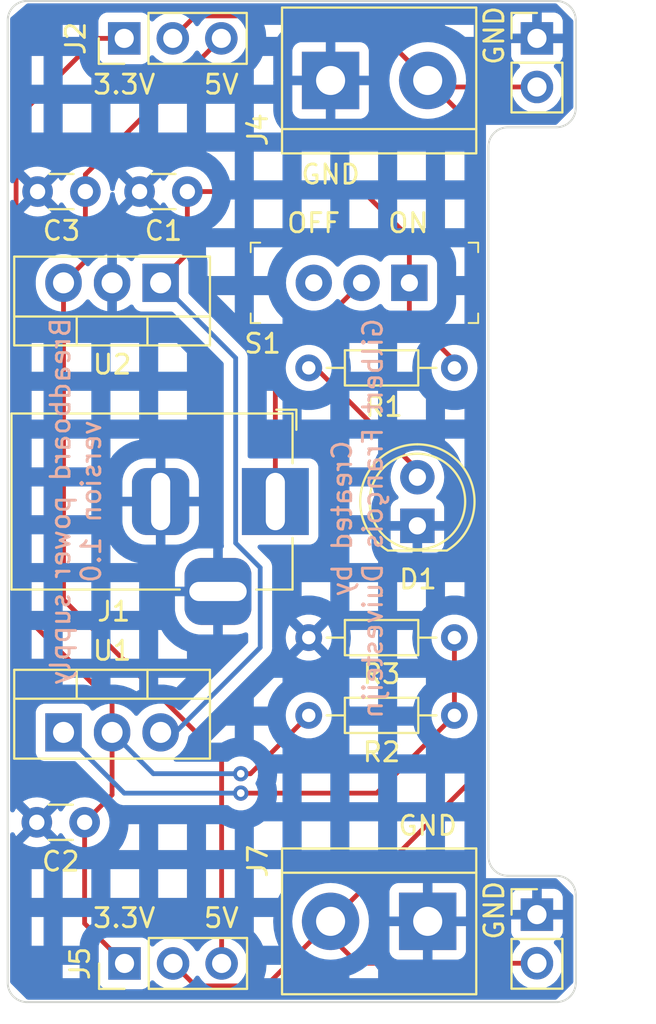
<source format=kicad_pcb>
(kicad_pcb (version 20221018) (generator pcbnew)
  (layers (0 "F.Cu" signal) (31 "B.Cu" signal) (34 "B.Paste" user) (35 "F.Paste" user) (36 "B.SilkS" user "B.Silkscreen") (37 "F.SilkS" user "F.Silkscreen") (38 "B.Mask" user) (39 "F.Mask" user) (44 "Edge.Cuts" user))
  (net 0 "")
  (net 1 "/12V")
  (net 2 "GND")
  (net 3 "/3.3V")
  (net 4 "/5V")
  (net 5 "Net-(D1-A)")
  (net 6 "/PWR_input")
  (net 7 "/PWR_output")
  (net 8 "Net-(U1-ADJ)")
  (footprint "Package_TO_SOT_THT:TO-220-3_Vertical" (layer "F.Cu") (at 133.985 84.455)
    (fp_text reference "U1" (at 2.54 -4.27) (layer "F.SilkS"))
    (fp_text value "LM317_TO-220")
    (fp_line (start -2.58 -3.27) (end -2.58 1.371) (stroke (width 0.12)) (layer "F.SilkS"))
    (fp_line (start -2.58 -3.27) (end 7.66 -3.27) (stroke (width 0.12)) (layer "F.SilkS"))
    (fp_line (start -2.58 -1.76) (end 7.66 -1.76) (stroke (width 0.12)) (layer "F.SilkS"))
    (fp_line (start -2.58 1.371) (end 7.66 1.371) (stroke (width 0.12)) (layer "F.SilkS"))
    (fp_line (start 0.69 -3.27) (end 0.69 -1.76) (stroke (width 0.12)) (layer "F.SilkS"))
    (fp_line (start 4.391 -3.27) (end 4.391 -1.76) (stroke (width 0.12)) (layer "F.SilkS"))
    (fp_line (start 7.66 -3.27) (end 7.66 1.371) (stroke (width 0.12)) (layer "F.SilkS"))
    (pad "1" thru_hole rect (at 0 0) (size 1.905 2) (drill 1.1) (layers "*.Cu" "*.Mask") (net 8 "Net-(U1-ADJ)"))
    (pad "2" thru_hole oval (at 2.54 0) (size 1.905 2) (drill 1.1) (layers "*.Cu" "*.Mask") (net 3 "/3.3V"))
    (pad "3" thru_hole oval (at 5.08 0) (size 1.905 2) (drill 1.1) (layers "*.Cu" "*.Mask") (net 1 "/12V"))
  )
  (footprint "Resistor_THT:R_Axial_DIN0204_L3.6mm_D1.6mm_P7.62mm_Horizontal" (layer "F.Cu") (at 146.812 79.502)
    (fp_text reference "R3" (at 3.81 1.905) (layer "F.SilkS"))
    (fp_text value "560")
    (fp_line (start 0.94 0) (end 1.89 0) (stroke (width 0.12)) (layer "F.SilkS"))
    (fp_line (start 1.89 -0.92) (end 1.89 0.92) (stroke (width 0.12)) (layer "F.SilkS"))
    (fp_line (start 1.89 0.92) (end 5.73 0.92) (stroke (width 0.12)) (layer "F.SilkS"))
    (fp_line (start 5.73 -0.92) (end 1.89 -0.92) (stroke (width 0.12)) (layer "F.SilkS"))
    (fp_line (start 5.73 0.92) (end 5.73 -0.92) (stroke (width 0.12)) (layer "F.SilkS"))
    (fp_line (start 6.68 0) (end 5.73 0) (stroke (width 0.12)) (layer "F.SilkS"))
    (pad "1" thru_hole circle (at 0 0) (size 1.4 1.4) (drill 0.7) (layers "*.Cu" "*.Mask") (net 2 "GND"))
    (pad "2" thru_hole oval (at 7.62 0) (size 1.4 1.4) (drill 0.7) (layers "*.Cu" "*.Mask") (net 8 "Net-(U1-ADJ)"))
  )
  (footprint "Connector_BarrelJack:BarrelJack_Horizontal" (layer "F.Cu") (at 145.065 72.39)
    (fp_text reference "J1" (at -8.45 5.75) (layer "F.SilkS"))
    (fp_text value "Barrel_Jack_Switch")
    (fp_line (start -13.8 -4.6) (end 0.9 -4.6) (stroke (width 0.12)) (layer "F.SilkS"))
    (fp_line (start -13.8 4.6) (end -13.8 -4.6) (stroke (width 0.12)) (layer "F.SilkS"))
    (fp_line (start -5 4.6) (end -13.8 4.6) (stroke (width 0.12)) (layer "F.SilkS"))
    (fp_line (start 0.05 -4.8) (end 1.1 -4.8) (stroke (width 0.12)) (layer "F.SilkS"))
    (fp_line (start 0.9 -4.6) (end 0.9 -2) (stroke (width 0.12)) (layer "F.SilkS"))
    (fp_line (start 0.9 1.9) (end 0.9 4.6) (stroke (width 0.12)) (layer "F.SilkS"))
    (fp_line (start 0.9 4.6) (end -1 4.6) (stroke (width 0.12)) (layer "F.SilkS"))
    (fp_line (start 1.1 -3.75) (end 1.1 -4.8) (stroke (width 0.12)) (layer "F.SilkS"))
    (pad "1" thru_hole rect (at 0 0) (size 3.5 3.5) (drill oval 1 3) (layers "*.Cu" "*.Mask") (net 6 "/PWR_input"))
    (pad "2" thru_hole roundrect (at -6 0) (size 3 3.5) (drill oval 1 3) (layers "*.Cu" "*.Mask") (net 2 "GND"))
    (pad "3" thru_hole roundrect (at -3 4.7) (size 3.5 3.5) (drill oval 3 1) (layers "*.Cu" "*.Mask") (net 2 "GND"))
  )
  (footprint "Capacitor_THT:C_Disc_D3.0mm_W1.6mm_P2.50mm" (layer "F.Cu") (at 140.462 56.19 180)
    (fp_text reference "C1" (at 1.25 -2.05) (layer "F.SilkS"))
    (fp_text value "10u")
    (fp_line (start 0.621 -0.92) (end 1.879 -0.92) (stroke (width 0.12)) (layer "F.SilkS"))
    (fp_line (start 0.621 0.92) (end 1.879 0.92) (stroke (width 0.12)) (layer "F.SilkS"))
    (pad "1" thru_hole circle (at 0 0 180) (size 1.6 1.6) (drill 0.8) (layers "*.Cu" "*.Mask") (net 1 "/12V"))
    (pad "2" thru_hole circle (at 2.5 0 180) (size 1.6 1.6) (drill 0.8) (layers "*.Cu" "*.Mask") (net 2 "GND"))
  )
  (footprint "TerminalBlock:TerminalBlock_bornier-2_P5.08mm" (layer "F.Cu") (at 147.955 50.3838)
    (fp_text reference "J4" (at -3.81 2.5752 90) (layer "F.SilkS"))
    (fp_text value "Screw_Terminal_01x02")
    (fp_line (start -2.54 -3.81) (end -2.54 3.81) (stroke (width 0.12)) (layer "F.SilkS"))
    (fp_line (start -2.54 3.81) (end 7.62 3.81) (stroke (width 0.12)) (layer "F.SilkS"))
    (fp_line (start 7.62 -3.81) (end -2.54 -3.81) (stroke (width 0.12)) (layer "F.SilkS"))
    (fp_line (start 7.62 2.54) (end -2.54 2.54) (stroke (width 0.12)) (layer "F.SilkS"))
    (fp_line (start 7.62 3.81) (end 7.62 -3.81) (stroke (width 0.12)) (layer "F.SilkS"))
    (pad "1" thru_hole rect locked (at 0 0) (size 3 3) (drill 1.52) (layers "*.Cu" "*.Mask") (net 2 "GND"))
    (pad "2" thru_hole circle locked (at 5.08 0) (size 3 3) (drill 1.52) (layers "*.Cu" "*.Mask") (net 7 "/PWR_output"))
  )
  (footprint "Capacitor_THT:C_Disc_D3.0mm_W1.6mm_P2.50mm" (layer "F.Cu") (at 135.088 89.154 180)
    (fp_text reference "C2" (at 1.25 -2.05) (layer "F.SilkS"))
    (fp_text value "1u")
    (fp_line (start 0.621 -0.92) (end 1.879 -0.92) (stroke (width 0.12)) (layer "F.SilkS"))
    (fp_line (start 0.621 0.92) (end 1.879 0.92) (stroke (width 0.12)) (layer "F.SilkS"))
    (pad "1" thru_hole circle (at 0 0 180) (size 1.6 1.6) (drill 0.8) (layers "*.Cu" "*.Mask") (net 3 "/3.3V"))
    (pad "2" thru_hole circle (at 2.5 0 180) (size 1.6 1.6) (drill 0.8) (layers "*.Cu" "*.Mask") (net 2 "GND"))
  )
  (footprint "Connector_PinHeader_2.54mm:PinHeader_1x03_P2.54mm_Vertical" (layer "F.Cu") (at 137.175 96.53 90)
    (fp_text reference "J5" (at 0 -2.33 90) (layer "F.SilkS"))
    (fp_text value "Conn_01x03_Pin" hide)
    (fp_line (start -1.33 -1.33) (end 0 -1.33) (stroke (width 0.12)) (layer "F.SilkS"))
    (fp_line (start -1.33 0) (end -1.33 -1.33) (stroke (width 0.12)) (layer "F.SilkS"))
    (fp_line (start -1.33 1.27) (end -1.33 6.41) (stroke (width 0.12)) (layer "F.SilkS"))
    (fp_line (start -1.33 1.27) (end 1.33 1.27) (stroke (width 0.12)) (layer "F.SilkS"))
    (fp_line (start -1.33 6.41) (end 1.33 6.41) (stroke (width 0.12)) (layer "F.SilkS"))
    (fp_line (start 1.33 1.27) (end 1.33 6.41) (stroke (width 0.12)) (layer "F.SilkS"))
    (pad "1" thru_hole rect (at 0 0 90) (size 1.7 1.7) (drill 1) (layers "*.Cu" "*.Mask") (net 3 "/3.3V"))
    (pad "2" thru_hole oval (at 0 2.54 90) (size 1.7 1.7) (drill 1) (layers "*.Cu" "*.Mask") (net 7 "/PWR_output"))
    (pad "3" thru_hole oval (at 0 5.08 90) (size 1.7 1.7) (drill 1) (layers "*.Cu" "*.Mask") (net 4 "/5V"))
  )
  (footprint "LED_THT:LED_D5.0mm" (layer "F.Cu") (at 152.495 73.66 90)
    (fp_text reference "D1" (at -2.794 0.032 180) (layer "F.SilkS"))
    (fp_text value "LED")
    (fp_line (start -1.29 -1.545) (end -1.29 1.545) (stroke (width 0.12)) (layer "F.SilkS"))
    (fp_arc (start -1.29 -1.54483) (mid 2.072002 -2.880433) (end 4.26 0.000462) (stroke (width 0.12)) (layer "F.SilkS"))
    (fp_arc (start 4.26 -0.000462) (mid 2.072002 2.880433) (end -1.29 1.54483) (stroke (width 0.12)) (layer "F.SilkS"))
    (fp_circle (center 1.27 0) (end 3.77 0) (stroke (width 0.12)) (fill none) (layer "F.SilkS"))
    (pad "1" thru_hole rect (at 0 0 90) (size 1.8 1.8) (drill 0.9) (layers "*.Cu" "*.Mask") (net 2 "GND"))
    (pad "2" thru_hole circle (at 2.54 0 90) (size 1.8 1.8) (drill 0.9) (layers "*.Cu" "*.Mask") (net 5 "Net-(D1-A)"))
  )
  (footprint "digikey-footprints:Switch_Slide_11.6x4mm_EG1218" (layer "F.Cu") (at 152.075 60.96 180)
    (fp_text reference "S1" (at 7.676 -3.175) (layer "F.SilkS"))
    (fp_text value "EG1218" hide)
    (fp_line (start -3.6 -2.1) (end -3.6 -1.6) (stroke (width 0.1)) (layer "F.SilkS"))
    (fp_line (start -3.6 -2.1) (end -3.1 -2.1) (stroke (width 0.1)) (layer "F.SilkS"))
    (fp_line (start -3.6 2.1) (end -3.6 1.6) (stroke (width 0.1)) (layer "F.SilkS"))
    (fp_line (start -3.6 2.1) (end -3.1 2.1) (stroke (width 0.1)) (layer "F.SilkS"))
    (fp_line (start 8.3 -2.1) (end 7.8 -2.1) (stroke (width 0.1)) (layer "F.SilkS"))
    (fp_line (start 8.3 -2.1) (end 8.3 -1.6) (stroke (width 0.1)) (layer "F.SilkS"))
    (fp_line (start 8.3 2.1) (end 7.8 2.1) (stroke (width 0.1)) (layer "F.SilkS"))
    (fp_line (start 8.3 2.1) (end 8.3 1.6) (stroke (width 0.1)) (layer "F.SilkS"))
    (pad "1" thru_hole rect (at 0 0 180) (size 1.9 1.9) (drill 0.9) (layers "*.Cu" "*.Mask") (net 1 "/12V"))
    (pad "2" thru_hole circle (at 2.5 0 180) (size 1.9 1.9) (drill 0.9) (layers "*.Cu" "*.Mask") (net 6 "/PWR_input"))
    (pad "3" thru_hole circle (at 5 0 180) (size 1.9 1.9) (drill 0.9) (layers "*.Cu" "*.Mask"))
  )
  (footprint "TerminalBlock:TerminalBlock_bornier-2_P5.08mm" (layer "F.Cu") (at 153.035 94.33 180)
    (fp_text reference "J7" (at 8.89 3.144 90) (layer "F.SilkS"))
    (fp_text value "Screw_Terminal_01x02")
    (fp_line (start -2.54 -3.81) (end -2.54 3.81) (stroke (width 0.12)) (layer "F.SilkS"))
    (fp_line (start -2.54 3.81) (end 7.62 3.81) (stroke (width 0.12)) (layer "F.SilkS"))
    (fp_line (start 7.62 -3.81) (end -2.54 -3.81) (stroke (width 0.12)) (layer "F.SilkS"))
    (fp_line (start 7.62 2.54) (end -2.54 2.54) (stroke (width 0.12)) (layer "F.SilkS"))
    (fp_line (start 7.62 3.81) (end 7.62 -3.81) (stroke (width 0.12)) (layer "F.SilkS"))
    (pad "1" thru_hole rect locked (at 0 0 180) (size 3 3) (drill 1.52) (layers "*.Cu" "*.Mask") (net 2 "GND"))
    (pad "2" thru_hole circle locked (at 5.08 0 180) (size 3 3) (drill 1.52) (layers "*.Cu" "*.Mask") (net 7 "/PWR_output"))
  )
  (footprint "Resistor_THT:R_Axial_DIN0204_L3.6mm_D1.6mm_P7.62mm_Horizontal" (layer "F.Cu") (at 146.812 65.405)
    (fp_text reference "R1" hide)
    (fp_text value "330" hide)
    (fp_text user "${REFERENCE}" (at 3.937 2.032) (layer "F.SilkS"))
    (fp_line (start 0.94 0) (end 1.89 0) (stroke (width 0.12)) (layer "F.SilkS"))
    (fp_line (start 1.89 -0.92) (end 1.89 0.92) (stroke (width 0.12)) (layer "F.SilkS"))
    (fp_line (start 1.89 0.92) (end 5.73 0.92) (stroke (width 0.12)) (layer "F.SilkS"))
    (fp_line (start 5.73 -0.92) (end 1.89 -0.92) (stroke (width 0.12)) (layer "F.SilkS"))
    (fp_line (start 5.73 0.92) (end 5.73 -0.92) (stroke (width 0.12)) (layer "F.SilkS"))
    (fp_line (start 6.68 0) (end 5.73 0) (stroke (width 0.12)) (layer "F.SilkS"))
    (pad "1" thru_hole circle (at 0 0) (size 1.4 1.4) (drill 0.7) (layers "*.Cu" "*.Mask") (net 5 "Net-(D1-A)"))
    (pad "2" thru_hole oval (at 7.62 0) (size 1.4 1.4) (drill 0.7) (layers "*.Cu" "*.Mask") (net 1 "/12V"))
  )
  (footprint "Connector_PinHeader_2.54mm:PinHeader_1x02_P2.54mm_Vertical" (layer "F.Cu") (at 158.75 48.1838)
    (fp_text reference "J3" hide)
    (fp_text value "Conn_01x02_Pin")
    (fp_line (start -1.33 -1.33) (end 0 -1.33) (stroke (width 0.12)) (layer "F.SilkS"))
    (fp_line (start -1.33 0) (end -1.33 -1.33) (stroke (width 0.12)) (layer "F.SilkS"))
    (fp_line (start -1.33 1.27) (end -1.33 3.87) (stroke (width 0.12)) (layer "F.SilkS"))
    (fp_line (start -1.33 1.27) (end 1.33 1.27) (stroke (width 0.12)) (layer "F.SilkS"))
    (fp_line (start -1.33 3.87) (end 1.33 3.87) (stroke (width 0.12)) (layer "F.SilkS"))
    (fp_line (start 1.33 1.27) (end 1.33 3.87) (stroke (width 0.12)) (layer "F.SilkS"))
    (pad "1" thru_hole rect locked (at 0 0) (size 1.7 1.7) (drill 1) (layers "*.Cu" "*.Mask") (net 2 "GND"))
    (pad "2" thru_hole oval locked (at 0 2.54) (size 1.7 1.7) (drill 1) (layers "*.Cu" "*.Mask") (net 7 "/PWR_output"))
  )
  (footprint "Connector_PinHeader_2.54mm:PinHeader_1x03_P2.54mm_Vertical" (layer "F.Cu") (at 137.16 48.1838 90)
    (fp_text reference "J2" (at 0 -2.54 90) (layer "F.SilkS"))
    (fp_text value "Conn_01x03_Pin" hide)
    (fp_line (start -1.33 -1.33) (end 0 -1.33) (stroke (width 0.12)) (layer "F.SilkS"))
    (fp_line (start -1.33 0) (end -1.33 -1.33) (stroke (width 0.12)) (layer "F.SilkS"))
    (fp_line (start -1.33 1.27) (end -1.33 6.41) (stroke (width 0.12)) (layer "F.SilkS"))
    (fp_line (start -1.33 1.27) (end 1.33 1.27) (stroke (width 0.12)) (layer "F.SilkS"))
    (fp_line (start -1.33 6.41) (end 1.33 6.41) (stroke (width 0.12)) (layer "F.SilkS"))
    (fp_line (start 1.33 1.27) (end 1.33 6.41) (stroke (width 0.12)) (layer "F.SilkS"))
    (pad "1" thru_hole rect (at 0 0 90) (size 1.7 1.7) (drill 1) (layers "*.Cu" "*.Mask") (net 3 "/3.3V"))
    (pad "2" thru_hole oval (at 0 2.54 90) (size 1.7 1.7) (drill 1) (layers "*.Cu" "*.Mask") (net 7 "/PWR_output"))
    (pad "3" thru_hole oval (at 0 5.08 90) (size 1.7 1.7) (drill 1) (layers "*.Cu" "*.Mask") (net 4 "/5V"))
  )
  (footprint "Package_TO_SOT_THT:TO-220-3_Vertical" (layer "F.Cu") (at 139.065 60.96 180)
    (fp_text reference "U2" (at 2.54 -4.27) (layer "F.SilkS"))
    (fp_text value "LM7805_TO220")
    (fp_line (start -2.58 -3.27) (end -2.58 1.371) (stroke (width 0.12)) (layer "F.SilkS"))
    (fp_line (start -2.58 -3.27) (end 7.66 -3.27) (stroke (width 0.12)) (layer "F.SilkS"))
    (fp_line (start -2.58 -1.76) (end 7.66 -1.76) (stroke (width 0.12)) (layer "F.SilkS"))
    (fp_line (start -2.58 1.371) (end 7.66 1.371) (stroke (width 0.12)) (layer "F.SilkS"))
    (fp_line (start 0.69 -3.27) (end 0.69 -1.76) (stroke (width 0.12)) (layer "F.SilkS"))
    (fp_line (start 4.391 -3.27) (end 4.391 -1.76) (stroke (width 0.12)) (layer "F.SilkS"))
    (fp_line (start 7.66 -3.27) (end 7.66 1.371) (stroke (width 0.12)) (layer "F.SilkS"))
    (pad "1" thru_hole rect (at 0 0 180) (size 1.905 2) (drill 1.1) (layers "*.Cu" "*.Mask") (net 1 "/12V"))
    (pad "2" thru_hole oval (at 2.54 0 180) (size 1.905 2) (drill 1.1) (layers "*.Cu" "*.Mask") (net 2 "GND"))
    (pad "3" thru_hole oval (at 5.08 0 180) (size 1.905 2) (drill 1.1) (layers "*.Cu" "*.Mask") (net 4 "/5V"))
  )
  (footprint "Resistor_THT:R_Axial_DIN0204_L3.6mm_D1.6mm_P7.62mm_Horizontal" (layer "F.Cu") (at 154.432 83.566 180)
    (fp_text reference "R2" (at 3.81 -1.92) (layer "F.SilkS"))
    (fp_text value "330")
    (fp_line (start 0.94 0) (end 1.89 0) (stroke (width 0.12)) (layer "F.SilkS"))
    (fp_line (start 1.89 -0.92) (end 1.89 0.92) (stroke (width 0.12)) (layer "F.SilkS"))
    (fp_line (start 1.89 0.92) (end 5.73 0.92) (stroke (width 0.12)) (layer "F.SilkS"))
    (fp_line (start 5.73 -0.92) (end 1.89 -0.92) (stroke (width 0.12)) (layer "F.SilkS"))
    (fp_line (start 5.73 0.92) (end 5.73 -0.92) (stroke (width 0.12)) (layer "F.SilkS"))
    (fp_line (start 6.68 0) (end 5.73 0) (stroke (width 0.12)) (layer "F.SilkS"))
    (pad "1" thru_hole circle (at 0 0 180) (size 1.4 1.4) (drill 0.7) (layers "*.Cu" "*.Mask") (net 8 "Net-(U1-ADJ)"))
    (pad "2" thru_hole oval (at 7.62 0 180) (size 1.4 1.4) (drill 0.7) (layers "*.Cu" "*.Mask") (net 3 "/3.3V"))
  )
  (footprint "Connector_PinHeader_2.54mm:PinHeader_1x02_P2.54mm_Vertical" (layer "F.Cu") (at 158.75 93.98)
    (fp_text reference "J6" hide)
    (fp_text value "Conn_01x02_Pin")
    (fp_line (start -1.33 -1.33) (end 0 -1.33) (stroke (width 0.12)) (layer "F.SilkS"))
    (fp_line (start -1.33 0) (end -1.33 -1.33) (stroke (width 0.12)) (layer "F.SilkS"))
    (fp_line (start -1.33 1.27) (end -1.33 3.87) (stroke (width 0.12)) (layer "F.SilkS"))
    (fp_line (start -1.33 1.27) (end 1.33 1.27) (stroke (width 0.12)) (layer "F.SilkS"))
    (fp_line (start -1.33 3.87) (end 1.33 3.87) (stroke (width 0.12)) (layer "F.SilkS"))
    (fp_line (start 1.33 1.27) (end 1.33 3.87) (stroke (width 0.12)) (layer "F.SilkS"))
    (pad "1" thru_hole rect locked (at 0 0) (size 1.7 1.7) (drill 1) (layers "*.Cu" "*.Mask") (net 2 "GND"))
    (pad "2" thru_hole oval locked (at 0 2.54) (size 1.7 1.7) (drill 1) (layers "*.Cu" "*.Mask") (net 7 "/PWR_output"))
  )
  (footprint "Capacitor_THT:C_Disc_D3.0mm_W1.6mm_P2.50mm" (layer "F.Cu") (at 135.128 56.19 180)
    (fp_text reference "C3" (at 1.25 -2.05) (layer "F.SilkS"))
    (fp_text value "0.1u")
    (fp_line (start 0.621 -0.92) (end 1.879 -0.92) (stroke (width 0.12)) (layer "F.SilkS"))
    (fp_line (start 0.621 0.92) (end 1.879 0.92) (stroke (width 0.12)) (layer "F.SilkS"))
    (pad "1" thru_hole circle (at 0 0 180) (size 1.6 1.6) (drill 0.8) (layers "*.Cu" "*.Mask") (net 4 "/5V"))
    (pad "2" thru_hole circle (at 2.5 0 180) (size 1.6 1.6) (drill 0.8) (layers "*.Cu" "*.Mask") (net 2 "GND"))
  )
  (gr_line (start 131.064 47.244) (end 131.064 97.536) (stroke (width 0.1)) (layer "Edge.Cuts"))
  (gr_arc (start 159.766 91.948) (mid 160.48442 92.24558) (end 160.782 92.964) (stroke (width 0.1)) (layer "Edge.Cuts"))
  (gr_line (start 160.782 51.816) (end 160.782 47.244) (stroke (width 0.1)) (layer "Edge.Cuts"))
  (gr_arc (start 157.226 91.948) (mid 156.50758 91.65042) (end 156.21 90.932) (stroke (width 0.1)) (layer "Edge.Cuts"))
  (gr_arc (start 156.21 53.848) (mid 156.50758 53.12958) (end 157.226 52.832) (stroke (width 0.1)) (layer "Edge.Cuts"))
  (gr_arc (start 131.064 47.244) (mid 131.36158 46.52558) (end 132.08 46.228) (stroke (width 0.1)) (layer "Edge.Cuts"))
  (gr_line (start 156.21 90.932) (end 156.21 53.848) (stroke (width 0.1)) (layer "Edge.Cuts"))
  (gr_line (start 132.08 98.552) (end 159.766 98.552) (stroke (width 0.1)) (layer "Edge.Cuts"))
  (gr_arc (start 159.766 46.228) (mid 160.48442 46.52558) (end 160.782 47.244) (stroke (width 0.1)) (layer "Edge.Cuts"))
  (gr_line (start 159.766 46.228) (end 132.08 46.228) (stroke (width 0.1)) (layer "Edge.Cuts"))
  (gr_arc (start 160.782 97.536) (mid 160.48442 98.25442) (end 159.766 98.552) (stroke (width 0.1)) (layer "Edge.Cuts"))
  (gr_line (start 157.226 52.832) (end 159.766 52.832) (stroke (width 0.1)) (layer "Edge.Cuts"))
  (gr_line (start 160.782 97.536) (end 160.782 92.964) (stroke (width 0.1)) (layer "Edge.Cuts"))
  (gr_arc (start 132.08 98.552) (mid 131.36158 98.25442) (end 131.064 97.536) (stroke (width 0.1)) (layer "Edge.Cuts"))
  (gr_arc (start 160.782 51.816) (mid 160.48442 52.53442) (end 159.766 52.832) (stroke (width 0.1)) (layer "Edge.Cuts"))
  (gr_line (start 159.766 91.948) (end 157.226 91.948) (stroke (width 0.1)) (layer "Edge.Cuts"))
  (gr_text "Created by\nGilbert François Duivesteijn" (at 150.749 73.279 90) (layer "B.SilkS") (effects (font (size 1 1)) (justify bottom mirror)))
  (gr_text "Breadboard power supply\nversion 1.0\n" (at 136.017 72.39 90) (layer "B.SilkS") (effects (font (size 1 1)) (justify bottom mirror)))
  (gr_text "ON" (at 152.019 58.42) (layer "F.SilkS") (effects (font (size 1 1)) (justify bottom)))
  (gr_text "GND" (at 157.099 49.657 90) (layer "F.SilkS") (effects (font (size 1 1)) (justify left bottom)))
  (gr_text "5V" (at 142.24 51.181) (layer "F.SilkS") (effects (font (size 1 1)) (justify bottom)))
  (gr_text "OFF" (at 147.066 58.42) (layer "F.SilkS") (effects (font (size 1 1)) (justify bottom)))
  (gr_text "GND" (at 147.955 55.88) (layer "F.SilkS") (effects (font (size 1 1)) (justify bottom)))
  (gr_text "5V" (at 142.24 94.742) (layer "F.SilkS") (effects (font (size 1 1)) (justify bottom)))
  (gr_text "3.3V" (at 137.16 51.181) (layer "F.SilkS") (effects (font (size 1 1)) (justify bottom)))
  (gr_text "GND" (at 157.099 95.377 90) (layer "F.SilkS") (effects (font (size 1 1)) (justify left bottom)))
  (gr_text "3.3V" (at 137.16 94.742) (layer "F.SilkS") (effects (font (size 1 1)) (justify bottom)))
  (gr_text "GND" (at 153.035 89.916) (layer "F.SilkS") (effects (font (size 1 1)) (justify bottom)))
  (segment (start 139.065 60.96) (end 139.065 60.833) (width 0.25) (layer "F.Cu") (net 1))
  (segment (start 139.065 60.833) (end 140.462 59.436) (width 0.25) (layer "F.Cu") (net 1))
  (segment (start 149.662 56.19) (end 152.146 58.674) (width 0.25) (layer "F.Cu") (net 1))
  (segment (start 152.146 58.674) (end 152.075 58.745) (width 0.25) (layer "F.Cu") (net 1))
  (segment (start 154.432 65.042) (end 154.432 65.405) (width 0.25) (layer "F.Cu") (net 1))
  (segment (start 140.462 56.19) (end 149.662 56.19) (width 0.25) (layer "F.Cu") (net 1))
  (segment (start 152.075 62.685) (end 154.432 65.042) (width 0.25) (layer "F.Cu") (net 1))
  (segment (start 140.462 59.436) (end 140.462 56.19) (width 0.25) (layer "F.Cu") (net 1))
  (segment (start 152.075 60.96) (end 152.075 62.685) (width 0.25) (layer "F.Cu") (net 1))
  (segment (start 152.075 58.745) (end 152.075 60.96) (width 0.25) (layer "F.Cu") (net 1))
  (segment (start 144.272 75.842646) (end 144.272 80.019305) (width 0.25) (layer "B.Cu") (net 1))
  (segment (start 139.065 60.96) (end 142.99 64.885) (width 0.25) (layer "B.Cu") (net 1))
  (segment (start 139.836305 84.455) (end 139.065 84.455) (width 0.25) (layer "B.Cu") (net 1))
  (segment (start 144.272 80.019305) (end 139.836305 84.455) (width 0.25) (layer "B.Cu") (net 1))
  (segment (start 142.99 74.560646) (end 144.272 75.842646) (width 0.25) (layer "B.Cu") (net 1))
  (segment (start 142.99 64.885) (end 142.99 74.560646) (width 0.25) (layer "B.Cu") (net 1))
  (segment (start 137.16 48.1838) (end 135.7122 48.1838) (width 0.25) (layer "F.Cu") (net 3))
  (segment (start 136.525 84.455) (end 136.525 87.717) (width 0.25) (layer "F.Cu") (net 3))
  (segment (start 135.088 94.443) (end 137.175 96.53) (width 0.25) (layer "F.Cu") (net 3))
  (segment (start 143.764 86.614) (end 143.256 86.614) (width 0.25) (layer "F.Cu") (net 3))
  (segment (start 146.812 83.566) (end 143.764 86.614) (width 0.25) (layer "F.Cu") (net 3))
  (segment (start 136.525 82.931) (end 136.525 84.455) (width 0.25) (layer "F.Cu") (net 3))
  (segment (start 135.088 89.154) (end 135.088 94.443) (width 0.25) (layer "F.Cu") (net 3))
  (segment (start 131.503 52.393) (end 131.503 77.909) (width 0.25) (layer "F.Cu") (net 3))
  (segment (start 135.7122 48.1838) (end 131.503 52.393) (width 0.25) (layer "F.Cu") (net 3))
  (segment (start 136.525 87.717) (end 135.088 89.154) (width 0.25) (layer "F.Cu") (net 3))
  (segment (start 131.503 77.909) (end 136.525 82.931) (width 0.25) (layer "F.Cu") (net 3))
  (via (at 143.256 86.614) (size 0.8) (drill 0.4) (layers "F.Cu" "B.Cu") (net 3))
  (segment (start 143.256 86.614) (end 138.684 86.614) (width 0.25) (layer "B.Cu") (net 3))
  (segment (start 138.684 86.614) (end 136.525 84.455) (width 0.25) (layer "B.Cu") (net 3))
  (segment (start 135.128 55.2958) (end 135.128 56.19) (width 0.25) (layer "F.Cu") (net 4))
  (segment (start 135.128 56.19) (end 135.128 59.817) (width 0.25) (layer "F.Cu") (net 4))
  (segment (start 142.255 85.790842) (end 142.255 96.53) (width 0.25) (layer "F.Cu") (net 4))
  (segment (start 133.985 77.520842) (end 142.255 85.790842) (width 0.25) (layer "F.Cu") (net 4))
  (segment (start 142.24 48.1838) (end 135.128 55.2958) (width 0.25) (layer "F.Cu") (net 4))
  (segment (start 133.985 60.96) (end 133.985 77.520842) (width 0.25) (layer "F.Cu") (net 4))
  (segment (start 135.128 59.817) (end 133.985 60.96) (width 0.25) (layer "F.Cu") (net 4))
  (segment (start 146.939 65.278) (end 147.066 65.278) (width 0.25) (layer "F.Cu") (net 5))
  (segment (start 147.175 65.405) (end 152.495 70.725) (width 0.25) (layer "F.Cu") (net 5))
  (segment (start 152.495 70.725) (end 152.495 71.12) (width 0.25) (layer "F.Cu") (net 5))
  (segment (start 146.812 65.405) (end 146.939 65.278) (width 0.25) (layer "F.Cu") (net 5))
  (segment (start 146.812 65.405) (end 147.175 65.405) (width 0.25) (layer "F.Cu") (net 5))
  (segment (start 146.781 63.754) (end 145.796 63.754) (width 0.25) (layer "F.Cu") (net 6))
  (segment (start 149.575 60.96) (end 146.781 63.754) (width 0.25) (layer "F.Cu") (net 6))
  (segment (start 145.065 64.485) (end 145.065 72.39) (width 0.25) (layer "F.Cu") (net 6))
  (segment (start 145.796 63.754) (end 145.065 64.485) (width 0.25) (layer "F.Cu") (net 6))
  (segment (start 153.375 50.7238) (end 153.035 50.3838) (width 0.25) (layer "F.Cu") (net 7))
  (segment (start 140.875 47.0088) (end 139.7 48.1838) (width 0.25) (layer "F.Cu") (net 7))
  (segment (start 147.955 94.33) (end 147.955 95.123) (width 0.25) (layer "F.Cu") (net 7))
  (segment (start 153.035 50.3838) (end 149.66 47.0088) (width 0.25) (layer "F.Cu") (net 7))
  (segment (start 147.955 94.33) (end 144.58 97.705) (width 0.25) (layer "F.Cu") (net 7))
  (segment (start 147.955 95.123) (end 149.352 96.52) (width 0.25) (layer "F.Cu") (net 7))
  (segment (start 155.82 53.1688) (end 153.035 50.3838) (width 0.25) (layer "F.Cu") (net 7))
  (segment (start 149.352 96.52) (end 158.75 96.52) (width 0.25) (layer "F.Cu") (net 7))
  (segment (start 155.82 86.465) (end 155.82 53.1688) (width 0.25) (layer "F.Cu") (net 7))
  (segment (start 140.89 97.705) (end 139.715 96.53) (width 0.25) (layer "F.Cu") (net 7))
  (segment (start 149.66 47.0088) (end 140.875 47.0088) (width 0.25) (layer "F.Cu") (net 7))
  (segment (start 144.58 97.705) (end 140.89 97.705) (width 0.25) (layer "F.Cu") (net 7))
  (segment (start 158.75 50.7238) (end 153.375 50.7238) (width 0.25) (layer "F.Cu") (net 7))
  (segment (start 147.955 94.33) (end 155.82 86.465) (width 0.25) (layer "F.Cu") (net 7))
  (segment (start 154.432 83.566) (end 154.432 79.502) (width 0.25) (layer "F.Cu") (net 8))
  (segment (start 154.432 83.566) (end 150.368 87.63) (width 0.25) (layer "F.Cu") (net 8))
  (segment (start 150.368 87.63) (end 143.256 87.63) (width 0.25) (layer "F.Cu") (net 8))
  (via (at 143.256 87.63) (size 0.8) (drill 0.4) (layers "F.Cu" "B.Cu") (net 8))
  (segment (start 143.256 87.63) (end 137.16 87.63) (width 0.25) (layer "B.Cu") (net 8))
  (segment (start 137.16 87.63) (end 133.985 84.455) (width 0.25) (layer "B.Cu") (net 8))
  (zone (net 2) (net_name "GND") (layer "B.Cu") (connect_pads (clearance 0.5)) (min_thickness 0.25) (fill yes (mode hatch) (thermal_gap 0.5) (thermal_bridge_width 0.5) (hatch_thickness 1) (hatch_gap 1.5) (hatch_orientation 0) (hatch_border_algorithm hatch_thickness) (hatch_min_hole_area 0.3))
    (polygon (pts (xy 132.08 46.355) (xy 131.191 47.117) (xy 131.191 97.536) (xy 132.08 98.425) (xy 159.766 98.425) (xy 160.655 97.536) (xy 160.655 92.964) (xy 159.766 92.075) (xy 156.083 92.075) (xy 156.083 52.705) (xy 159.766 52.705) (xy 160.655 51.816) (xy 160.655 47.244) (xy 159.766 46.355)))
  )
)
</source>
